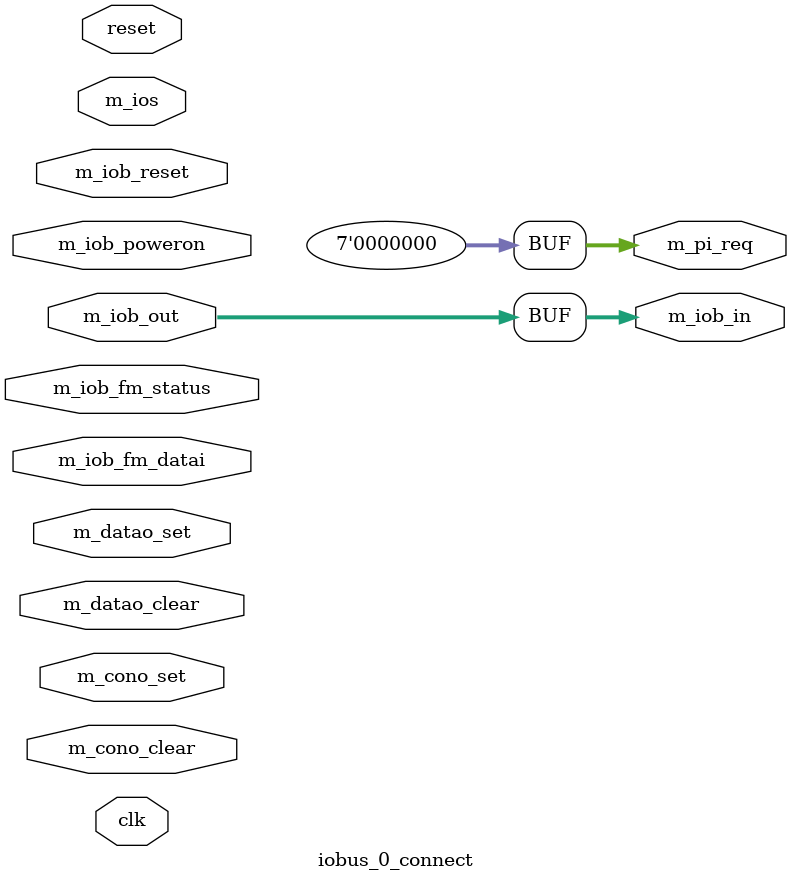
<source format=v>
module iobus_0_connect(
	// unused
	input wire clk,
	input wire reset,

	// Master
	input wire m_iob_poweron,
	input wire m_iob_reset,
	input wire m_datao_clear,
	input wire m_datao_set,
	input wire m_cono_clear,
	input wire m_cono_set,
	input wire m_iob_fm_datai,
	input wire m_iob_fm_status,
	input wire [3:9]  m_ios,
	input wire [0:35] m_iob_out,
	output wire [1:7]  m_pi_req,
	output wire [0:35] m_iob_in
);
	assign m_pi_req = 0;
	assign m_iob_in = m_iob_out;
endmodule

</source>
